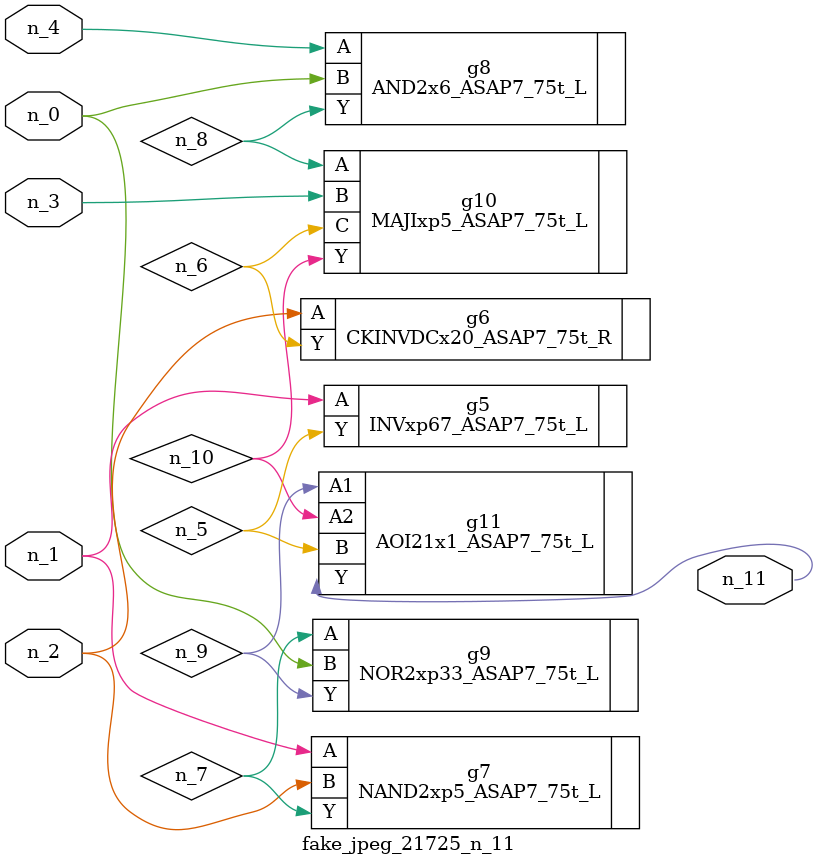
<source format=v>
module fake_jpeg_21725_n_11 (n_3, n_2, n_1, n_0, n_4, n_11);

input n_3;
input n_2;
input n_1;
input n_0;
input n_4;

output n_11;

wire n_10;
wire n_8;
wire n_9;
wire n_6;
wire n_5;
wire n_7;

INVxp67_ASAP7_75t_L g5 ( 
.A(n_1),
.Y(n_5)
);

CKINVDCx20_ASAP7_75t_R g6 ( 
.A(n_2),
.Y(n_6)
);

NAND2xp5_ASAP7_75t_L g7 ( 
.A(n_1),
.B(n_2),
.Y(n_7)
);

AND2x6_ASAP7_75t_L g8 ( 
.A(n_4),
.B(n_0),
.Y(n_8)
);

NOR2xp33_ASAP7_75t_L g9 ( 
.A(n_7),
.B(n_0),
.Y(n_9)
);

AOI21x1_ASAP7_75t_L g11 ( 
.A1(n_9),
.A2(n_10),
.B(n_5),
.Y(n_11)
);

MAJIxp5_ASAP7_75t_L g10 ( 
.A(n_8),
.B(n_3),
.C(n_6),
.Y(n_10)
);


endmodule
</source>
